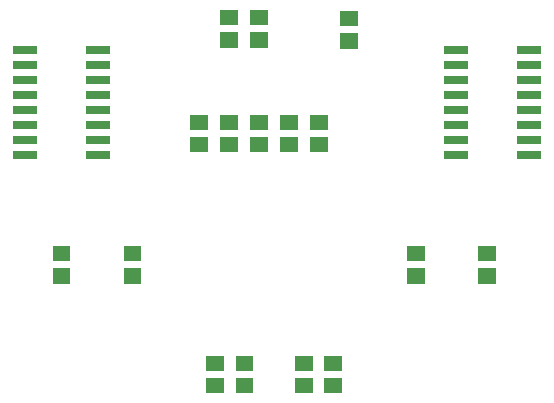
<source format=gbp>
G04 Layer: BottomPasteMaskLayer*
G04 EasyEDA v6.3.53, 2020-06-23T07:41:06+03:00*
G04 4e036cd5b3af43a69be22f5d7a7580e5,e8986612fe13436f8f5b72e5f572de6a,10*
G04 Gerber Generator version 0.2*
G04 Scale: 100 percent, Rotated: No, Reflected: No *
G04 Dimensions in inches *
G04 leading zeros omitted , absolute positions ,2 integer and 4 decimal *
%FSLAX24Y24*%
%MOIN*%
G90*
G70D02*


%LPD*%
G36*
G01X11122Y6816D02*
G01X11122Y6305D01*
G01X10531Y6305D01*
G01X10531Y6816D01*
G01X11122Y6816D01*
G37*
G36*
G01X11122Y6068D02*
G01X11122Y5557D01*
G01X10531Y5557D01*
G01X10531Y6068D01*
G01X11122Y6068D01*
G37*
G36*
G01X9153Y6816D02*
G01X9153Y6305D01*
G01X8563Y6305D01*
G01X8563Y6816D01*
G01X9153Y6816D01*
G37*
G36*
G01X9153Y6068D02*
G01X9153Y5557D01*
G01X8563Y5557D01*
G01X8563Y6068D01*
G01X9153Y6068D01*
G37*
G36*
G01X4365Y17135D02*
G01X4365Y16875D01*
G01X3565Y16875D01*
G01X3565Y17135D01*
G01X4365Y17135D01*
G37*
G36*
G01X1945Y17135D02*
G01X1945Y16875D01*
G01X1145Y16875D01*
G01X1145Y17135D01*
G01X1945Y17135D01*
G37*
G36*
G01X4365Y16635D02*
G01X4365Y16375D01*
G01X3565Y16375D01*
G01X3565Y16635D01*
G01X4365Y16635D01*
G37*
G36*
G01X4365Y16135D02*
G01X4365Y15875D01*
G01X3565Y15875D01*
G01X3565Y16135D01*
G01X4365Y16135D01*
G37*
G36*
G01X1945Y16635D02*
G01X1945Y16375D01*
G01X1145Y16375D01*
G01X1145Y16635D01*
G01X1945Y16635D01*
G37*
G36*
G01X1945Y16135D02*
G01X1945Y15875D01*
G01X1145Y15875D01*
G01X1145Y16135D01*
G01X1945Y16135D01*
G37*
G36*
G01X4365Y15635D02*
G01X4365Y15375D01*
G01X3565Y15375D01*
G01X3565Y15635D01*
G01X4365Y15635D01*
G37*
G36*
G01X1945Y15635D02*
G01X1945Y15375D01*
G01X1145Y15375D01*
G01X1145Y15635D01*
G01X1945Y15635D01*
G37*
G36*
G01X4365Y15135D02*
G01X4365Y14875D01*
G01X3565Y14875D01*
G01X3565Y15135D01*
G01X4365Y15135D01*
G37*
G36*
G01X1945Y15135D02*
G01X1945Y14875D01*
G01X1145Y14875D01*
G01X1145Y15135D01*
G01X1945Y15135D01*
G37*
G36*
G01X4365Y14635D02*
G01X4365Y14375D01*
G01X3565Y14375D01*
G01X3565Y14635D01*
G01X4365Y14635D01*
G37*
G36*
G01X4365Y14135D02*
G01X4365Y13875D01*
G01X3565Y13875D01*
G01X3565Y14135D01*
G01X4365Y14135D01*
G37*
G36*
G01X1945Y14635D02*
G01X1945Y14375D01*
G01X1145Y14375D01*
G01X1145Y14635D01*
G01X1945Y14635D01*
G37*
G36*
G01X1945Y14135D02*
G01X1945Y13875D01*
G01X1145Y13875D01*
G01X1145Y14135D01*
G01X1945Y14135D01*
G37*
G36*
G01X4365Y13635D02*
G01X4365Y13375D01*
G01X3565Y13375D01*
G01X3565Y13635D01*
G01X4365Y13635D01*
G37*
G36*
G01X1945Y13635D02*
G01X1945Y13375D01*
G01X1145Y13375D01*
G01X1145Y13635D01*
G01X1945Y13635D01*
G37*
G36*
G01X18735Y17135D02*
G01X18735Y16875D01*
G01X17935Y16875D01*
G01X17935Y17135D01*
G01X18735Y17135D01*
G37*
G36*
G01X16316Y17135D02*
G01X16316Y16875D01*
G01X15516Y16875D01*
G01X15516Y17135D01*
G01X16316Y17135D01*
G37*
G36*
G01X18735Y16635D02*
G01X18735Y16375D01*
G01X17935Y16375D01*
G01X17935Y16635D01*
G01X18735Y16635D01*
G37*
G36*
G01X18735Y16135D02*
G01X18735Y15875D01*
G01X17935Y15875D01*
G01X17935Y16135D01*
G01X18735Y16135D01*
G37*
G36*
G01X16316Y16635D02*
G01X16316Y16375D01*
G01X15516Y16375D01*
G01X15516Y16635D01*
G01X16316Y16635D01*
G37*
G36*
G01X16316Y16135D02*
G01X16316Y15875D01*
G01X15516Y15875D01*
G01X15516Y16135D01*
G01X16316Y16135D01*
G37*
G36*
G01X18735Y15635D02*
G01X18735Y15375D01*
G01X17935Y15375D01*
G01X17935Y15635D01*
G01X18735Y15635D01*
G37*
G36*
G01X16316Y15635D02*
G01X16316Y15375D01*
G01X15516Y15375D01*
G01X15516Y15635D01*
G01X16316Y15635D01*
G37*
G36*
G01X18735Y15135D02*
G01X18735Y14875D01*
G01X17935Y14875D01*
G01X17935Y15135D01*
G01X18735Y15135D01*
G37*
G36*
G01X16316Y15135D02*
G01X16316Y14875D01*
G01X15516Y14875D01*
G01X15516Y15135D01*
G01X16316Y15135D01*
G37*
G36*
G01X18735Y14635D02*
G01X18735Y14375D01*
G01X17935Y14375D01*
G01X17935Y14635D01*
G01X18735Y14635D01*
G37*
G36*
G01X18735Y14135D02*
G01X18735Y13875D01*
G01X17935Y13875D01*
G01X17935Y14135D01*
G01X18735Y14135D01*
G37*
G36*
G01X16316Y14635D02*
G01X16316Y14375D01*
G01X15516Y14375D01*
G01X15516Y14635D01*
G01X16316Y14635D01*
G37*
G36*
G01X16316Y14135D02*
G01X16316Y13875D01*
G01X15516Y13875D01*
G01X15516Y14135D01*
G01X16316Y14135D01*
G37*
G36*
G01X18735Y13635D02*
G01X18735Y13375D01*
G01X17935Y13375D01*
G01X17935Y13635D01*
G01X18735Y13635D01*
G37*
G36*
G01X16316Y13635D02*
G01X16316Y13375D01*
G01X15516Y13375D01*
G01X15516Y13635D01*
G01X16316Y13635D01*
G37*
G36*
G01X8047Y17086D02*
G01X8047Y17598D01*
G01X8637Y17598D01*
G01X8637Y17086D01*
G01X8047Y17086D01*
G37*
G36*
G01X8047Y17834D02*
G01X8047Y18346D01*
G01X8637Y18346D01*
G01X8637Y17834D01*
G01X8047Y17834D01*
G37*
G36*
G01X8169Y6816D02*
G01X8169Y6305D01*
G01X7578Y6305D01*
G01X7578Y6816D01*
G01X8169Y6816D01*
G37*
G36*
G01X8169Y6068D02*
G01X8169Y5557D01*
G01X7578Y5557D01*
G01X7578Y6068D01*
G01X8169Y6068D01*
G37*
G36*
G01X12106Y6816D02*
G01X12106Y6305D01*
G01X11515Y6305D01*
G01X11515Y6816D01*
G01X12106Y6816D01*
G37*
G36*
G01X12106Y6068D02*
G01X12106Y5557D01*
G01X11515Y5557D01*
G01X11515Y6068D01*
G01X12106Y6068D01*
G37*
G36*
G01X14862Y10472D02*
G01X14862Y9960D01*
G01X14271Y9960D01*
G01X14271Y10472D01*
G01X14862Y10472D01*
G37*
G36*
G01X14862Y9724D02*
G01X14862Y9212D01*
G01X14271Y9212D01*
G01X14271Y9724D01*
G01X14862Y9724D01*
G37*
G36*
G01X5413Y10472D02*
G01X5413Y9960D01*
G01X4822Y9960D01*
G01X4822Y10472D01*
G01X5413Y10472D01*
G37*
G36*
G01X5413Y9724D02*
G01X5413Y9212D01*
G01X4822Y9212D01*
G01X4822Y9724D01*
G01X5413Y9724D01*
G37*
G36*
G01X3051Y10472D02*
G01X3051Y9960D01*
G01X2460Y9960D01*
G01X2460Y10472D01*
G01X3051Y10472D01*
G37*
G36*
G01X3051Y9724D02*
G01X3051Y9212D01*
G01X2460Y9212D01*
G01X2460Y9724D01*
G01X3051Y9724D01*
G37*
G36*
G01X7634Y14853D02*
G01X7634Y14341D01*
G01X7044Y14341D01*
G01X7044Y14853D01*
G01X7634Y14853D01*
G37*
G36*
G01X7634Y14105D02*
G01X7634Y13593D01*
G01X7044Y13593D01*
G01X7044Y14105D01*
G01X7634Y14105D01*
G37*
G36*
G01X8637Y14853D02*
G01X8637Y14341D01*
G01X8047Y14341D01*
G01X8047Y14853D01*
G01X8637Y14853D01*
G37*
G36*
G01X8637Y14105D02*
G01X8637Y13593D01*
G01X8047Y13593D01*
G01X8047Y14105D01*
G01X8637Y14105D01*
G37*
G36*
G01X9639Y14853D02*
G01X9639Y14341D01*
G01X9049Y14341D01*
G01X9049Y14853D01*
G01X9639Y14853D01*
G37*
G36*
G01X9639Y14105D02*
G01X9639Y13593D01*
G01X9049Y13593D01*
G01X9049Y14105D01*
G01X9639Y14105D01*
G37*
G36*
G01X10637Y14853D02*
G01X10637Y14341D01*
G01X10047Y14341D01*
G01X10047Y14853D01*
G01X10637Y14853D01*
G37*
G36*
G01X10637Y14105D02*
G01X10637Y13593D01*
G01X10047Y13593D01*
G01X10047Y14105D01*
G01X10637Y14105D01*
G37*
G36*
G01X11637Y14853D02*
G01X11637Y14341D01*
G01X11047Y14341D01*
G01X11047Y14853D01*
G01X11637Y14853D01*
G37*
G36*
G01X11637Y14105D02*
G01X11637Y13593D01*
G01X11047Y13593D01*
G01X11047Y14105D01*
G01X11637Y14105D01*
G37*
G36*
G01X12047Y17047D02*
G01X12047Y17559D01*
G01X12637Y17559D01*
G01X12637Y17047D01*
G01X12047Y17047D01*
G37*
G36*
G01X12047Y17795D02*
G01X12047Y18307D01*
G01X12637Y18307D01*
G01X12637Y17795D01*
G01X12047Y17795D01*
G37*
G36*
G01X9047Y17086D02*
G01X9047Y17598D01*
G01X9637Y17598D01*
G01X9637Y17086D01*
G01X9047Y17086D01*
G37*
G36*
G01X9047Y17834D02*
G01X9047Y18346D01*
G01X9637Y18346D01*
G01X9637Y17834D01*
G01X9047Y17834D01*
G37*
G36*
G01X17224Y10472D02*
G01X17224Y9960D01*
G01X16633Y9960D01*
G01X16633Y10472D01*
G01X17224Y10472D01*
G37*
G36*
G01X17224Y9724D02*
G01X17224Y9212D01*
G01X16633Y9212D01*
G01X16633Y9724D01*
G01X17224Y9724D01*
G37*
M00*
M02*

</source>
